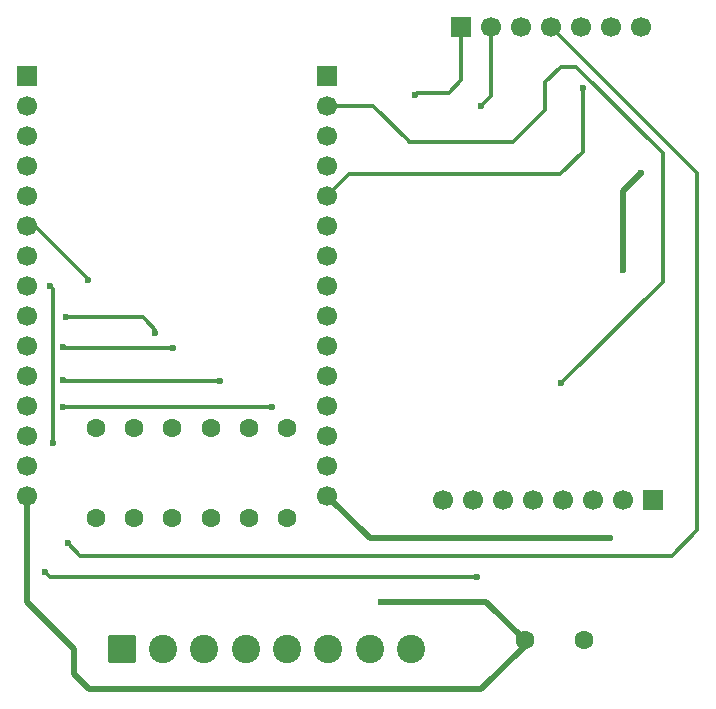
<source format=gbl>
%TF.GenerationSoftware,KiCad,Pcbnew,9.0.5*%
%TF.CreationDate,2025-12-28T15:34:22+02:00*%
%TF.ProjectId,base-schematic-02,62617365-2d73-4636-9865-6d617469632d,rev?*%
%TF.SameCoordinates,Original*%
%TF.FileFunction,Copper,L2,Bot*%
%TF.FilePolarity,Positive*%
%FSLAX46Y46*%
G04 Gerber Fmt 4.6, Leading zero omitted, Abs format (unit mm)*
G04 Created by KiCad (PCBNEW 9.0.5) date 2025-12-28 15:34:22*
%MOMM*%
%LPD*%
G01*
G04 APERTURE LIST*
G04 Aperture macros list*
%AMRoundRect*
0 Rectangle with rounded corners*
0 $1 Rounding radius*
0 $2 $3 $4 $5 $6 $7 $8 $9 X,Y pos of 4 corners*
0 Add a 4 corners polygon primitive as box body*
4,1,4,$2,$3,$4,$5,$6,$7,$8,$9,$2,$3,0*
0 Add four circle primitives for the rounded corners*
1,1,$1+$1,$2,$3*
1,1,$1+$1,$4,$5*
1,1,$1+$1,$6,$7*
1,1,$1+$1,$8,$9*
0 Add four rect primitives between the rounded corners*
20,1,$1+$1,$2,$3,$4,$5,0*
20,1,$1+$1,$4,$5,$6,$7,0*
20,1,$1+$1,$6,$7,$8,$9,0*
20,1,$1+$1,$8,$9,$2,$3,0*%
G04 Aperture macros list end*
%TA.AperFunction,ComponentPad*%
%ADD10R,1.700000X1.700000*%
%TD*%
%TA.AperFunction,ComponentPad*%
%ADD11C,1.700000*%
%TD*%
%TA.AperFunction,ComponentPad*%
%ADD12C,1.600000*%
%TD*%
%TA.AperFunction,ComponentPad*%
%ADD13RoundRect,0.250001X-0.949999X-0.949999X0.949999X-0.949999X0.949999X0.949999X-0.949999X0.949999X0*%
%TD*%
%TA.AperFunction,ComponentPad*%
%ADD14C,2.400000*%
%TD*%
%TA.AperFunction,ViaPad*%
%ADD15C,0.600000*%
%TD*%
%TA.AperFunction,Conductor*%
%ADD16C,0.300000*%
%TD*%
%TA.AperFunction,Conductor*%
%ADD17C,0.500000*%
%TD*%
G04 APERTURE END LIST*
D10*
%TO.P,J2,1,Pin_1*%
%TO.N,D23*%
X79400000Y-59460000D03*
D11*
%TO.P,J2,2,Pin_2*%
%TO.N,D22*%
X79400000Y-62000000D03*
%TO.P,J2,3,Pin_3*%
%TO.N,unconnected-(J2-Pin_3-Pad3)*%
X79400000Y-64540000D03*
%TO.P,J2,4,Pin_4*%
%TO.N,unconnected-(J2-Pin_4-Pad4)*%
X79400000Y-67080000D03*
%TO.P,J2,5,Pin_5*%
%TO.N,D21*%
X79400000Y-69620000D03*
%TO.P,J2,6,Pin_6*%
%TO.N,D19*%
X79400000Y-72160000D03*
%TO.P,J2,7,Pin_7*%
%TO.N,D18*%
X79400000Y-74700000D03*
%TO.P,J2,8,Pin_8*%
%TO.N,unconnected-(J2-Pin_8-Pad8)*%
X79400000Y-77240000D03*
%TO.P,J2,9,Pin_9*%
%TO.N,unconnected-(J2-Pin_9-Pad9)*%
X79400000Y-79780000D03*
%TO.P,J2,10,Pin_10*%
%TO.N,unconnected-(J2-Pin_10-Pad10)*%
X79400000Y-82320000D03*
%TO.P,J2,11,Pin_11*%
%TO.N,unconnected-(J2-Pin_11-Pad11)*%
X79400000Y-84860000D03*
%TO.P,J2,12,Pin_12*%
%TO.N,unconnected-(J2-Pin_12-Pad12)*%
X79400000Y-87400000D03*
%TO.P,J2,13,Pin_13*%
%TO.N,unconnected-(J2-Pin_13-Pad13)*%
X79400000Y-89940000D03*
%TO.P,J2,14,Pin_14*%
%TO.N,GND*%
X79400000Y-92480000D03*
%TO.P,J2,15,Pin_15*%
%TO.N,3V3*%
X79400000Y-95020000D03*
%TD*%
D10*
%TO.P,J1,1,Pin_1*%
%TO.N,unconnected-(J1-Pin_1-Pad1)*%
X54000000Y-59460000D03*
D11*
%TO.P,J1,2,Pin_2*%
%TO.N,unconnected-(J1-Pin_2-Pad2)*%
X54000000Y-62000000D03*
%TO.P,J1,3,Pin_3*%
%TO.N,unconnected-(J1-Pin_3-Pad3)*%
X54000000Y-64540000D03*
%TO.P,J1,4,Pin_4*%
%TO.N,unconnected-(J1-Pin_4-Pad4)*%
X54000000Y-67080000D03*
%TO.P,J1,5,Pin_5*%
%TO.N,unconnected-(J1-Pin_5-Pad5)*%
X54000000Y-69620000D03*
%TO.P,J1,6,Pin_6*%
%TO.N,D32*%
X54000000Y-72160000D03*
%TO.P,J1,7,Pin_7*%
%TO.N,D33*%
X54000000Y-74700000D03*
%TO.P,J1,8,Pin_8*%
%TO.N,D25*%
X54000000Y-77240000D03*
%TO.P,J1,9,Pin_9*%
%TO.N,D26*%
X54000000Y-79780000D03*
%TO.P,J1,10,Pin_10*%
%TO.N,D27*%
X54000000Y-82320000D03*
%TO.P,J1,11,Pin_11*%
%TO.N,D14*%
X54000000Y-84860000D03*
%TO.P,J1,12,Pin_12*%
%TO.N,D12*%
X54000000Y-87400000D03*
%TO.P,J1,13,Pin_13*%
%TO.N,D13*%
X54000000Y-89940000D03*
%TO.P,J1,14,Pin_14*%
%TO.N,unconnected-(J1-Pin_14-Pad14)*%
X54000000Y-92480000D03*
%TO.P,J1,15,Pin_15*%
%TO.N,VIN*%
X54000000Y-95020000D03*
%TD*%
D12*
%TO.P,R2,1*%
%TO.N,D33*%
X63053000Y-89255000D03*
%TO.P,R2,2*%
%TO.N,Net-(J4-Pin_2)*%
X63053000Y-96875000D03*
%TD*%
%TO.P,R1,1*%
%TO.N,D32*%
X59810000Y-89255000D03*
%TO.P,R1,2*%
%TO.N,Net-(J4-Pin_1)*%
X59810000Y-96875000D03*
%TD*%
D10*
%TO.P,J3-DAC1,1,Pin_1*%
%TO.N,D19*%
X90750000Y-55325000D03*
D11*
%TO.P,J3-DAC1,2,Pin_2*%
%TO.N,D18*%
X93290000Y-55325000D03*
%TO.P,J3-DAC1,3,Pin_3*%
%TO.N,D23*%
X95830000Y-55325000D03*
%TO.P,J3-DAC1,4,Pin_4*%
%TO.N,D25*%
X98370000Y-55325000D03*
%TO.P,J3-DAC1,5,Pin_5*%
%TO.N,D21*%
X100910000Y-55325000D03*
%TO.P,J3-DAC1,6,Pin_6*%
%TO.N,GND*%
X103450000Y-55325000D03*
%TO.P,J3-DAC1,7,Pin_7*%
%TO.N,3V3*%
X105990000Y-55325000D03*
%TD*%
D12*
%TO.P,R4,1*%
%TO.N,D27*%
X69539000Y-89255000D03*
%TO.P,R4,2*%
%TO.N,Net-(J4-Pin_4)*%
X69539000Y-96875000D03*
%TD*%
%TO.P,C2,1*%
%TO.N,VIN*%
X96160000Y-107270000D03*
%TO.P,C2,2*%
%TO.N,GND*%
X101160000Y-107270000D03*
%TD*%
%TO.P,R6,1*%
%TO.N,D12*%
X76025000Y-89255000D03*
%TO.P,R6,2*%
%TO.N,Net-(J4-Pin_6)*%
X76025000Y-96875000D03*
%TD*%
%TO.P,R5,1*%
%TO.N,D14*%
X72782000Y-89255000D03*
%TO.P,R5,2*%
%TO.N,Net-(J4-Pin_5)*%
X72782000Y-96875000D03*
%TD*%
%TO.P,R3,1*%
%TO.N,D26*%
X66296000Y-89255000D03*
%TO.P,R3,2*%
%TO.N,Net-(J4-Pin_3)*%
X66296000Y-96875000D03*
%TD*%
D13*
%TO.P,J4,1,Pin_1*%
%TO.N,Net-(J4-Pin_1)*%
X62000000Y-108000000D03*
D14*
%TO.P,J4,2,Pin_2*%
%TO.N,Net-(J4-Pin_2)*%
X65500000Y-108000000D03*
%TO.P,J4,3,Pin_3*%
%TO.N,Net-(J4-Pin_3)*%
X69000000Y-108000000D03*
%TO.P,J4,4,Pin_4*%
%TO.N,Net-(J4-Pin_4)*%
X72500000Y-108000000D03*
%TO.P,J4,5,Pin_5*%
%TO.N,Net-(J4-Pin_5)*%
X76000000Y-108000000D03*
%TO.P,J4,6,Pin_6*%
%TO.N,Net-(J4-Pin_6)*%
X79500000Y-108000000D03*
%TO.P,J4,7,Pin_7*%
%TO.N,VIN*%
X83000000Y-108000000D03*
%TO.P,J4,8,Pin_8*%
%TO.N,GND*%
X86500000Y-108000000D03*
%TD*%
D10*
%TO.P,J4-IMU1,1,Pin_1*%
%TO.N,GND*%
X107009138Y-95394959D03*
D11*
%TO.P,J4-IMU1,2,Pin_2*%
%TO.N,3V3*%
X104469138Y-95394959D03*
%TO.P,J4-IMU1,3,Pin_3*%
%TO.N,unconnected-(J4-IMU1-Pin_3-Pad3)*%
X101929138Y-95394959D03*
%TO.P,J4-IMU1,4,Pin_4*%
%TO.N,unconnected-(J4-IMU1-Pin_4-Pad4)*%
X99389138Y-95394959D03*
%TO.P,J4-IMU1,5,Pin_5*%
%TO.N,unconnected-(J4-IMU1-Pin_5-Pad5)*%
X96849138Y-95394959D03*
%TO.P,J4-IMU1,6,Pin_6*%
%TO.N,unconnected-(J4-IMU1-Pin_6-Pad6)*%
X94309138Y-95394959D03*
%TO.P,J4-IMU1,7,Pin_7*%
%TO.N,D13*%
X91769138Y-95394959D03*
%TO.P,J4-IMU1,8,Pin_8*%
%TO.N,D22*%
X89229138Y-95394959D03*
%TD*%
D15*
%TO.N,D32*%
X59120000Y-76730000D03*
%TO.N,D26*%
X57330000Y-79910000D03*
X64860000Y-81220000D03*
%TO.N,D27*%
X57070000Y-82420000D03*
X66380000Y-82490000D03*
%TO.N,D14*%
X57020000Y-85250000D03*
X70290000Y-85290000D03*
%TO.N,D12*%
X57020000Y-87470000D03*
X74710000Y-87520000D03*
%TO.N,D25*%
X55950000Y-77225000D03*
X56225000Y-90550000D03*
X57450000Y-99050000D03*
%TO.N,D13*%
X92101041Y-101898959D03*
X55500000Y-101500000D03*
%TO.N,VIN*%
X84000000Y-104000000D03*
%TO.N,D21*%
X101025000Y-60450000D03*
%TO.N,D22*%
X99175000Y-85500000D03*
%TO.N,3V3*%
X105990000Y-67685000D03*
X103375000Y-98625000D03*
X104469138Y-75894138D03*
%TO.N,D18*%
X92425000Y-62050000D03*
%TO.N,D19*%
X86825000Y-61075000D03*
%TD*%
D16*
%TO.N,D32*%
X59120000Y-76650000D02*
X54630000Y-72160000D01*
X59120000Y-76730000D02*
X59120000Y-76650000D01*
X54630000Y-72160000D02*
X54000000Y-72160000D01*
%TO.N,D26*%
X63810000Y-79910000D02*
X57330000Y-79910000D01*
X64070000Y-80170000D02*
X63810000Y-79910000D01*
X64860000Y-81220000D02*
X64860000Y-80960000D01*
X64860000Y-80960000D02*
X64070000Y-80170000D01*
%TO.N,D27*%
X57140000Y-82490000D02*
X57070000Y-82420000D01*
X66380000Y-82490000D02*
X57140000Y-82490000D01*
%TO.N,D14*%
X57060000Y-85290000D02*
X57020000Y-85250000D01*
X70290000Y-85290000D02*
X57060000Y-85290000D01*
%TO.N,D12*%
X57070000Y-87520000D02*
X57020000Y-87470000D01*
X74710000Y-87520000D02*
X57070000Y-87520000D01*
%TO.N,D25*%
X57450000Y-99050000D02*
X58500000Y-100100000D01*
X58500000Y-100100000D02*
X108575000Y-100100000D01*
X98600322Y-55555322D02*
X98370000Y-55555322D01*
X56225000Y-90550000D02*
X56225000Y-77500000D01*
X110750000Y-67705000D02*
X98600322Y-55555322D01*
X110750000Y-97925000D02*
X110750000Y-67705000D01*
X56225000Y-77500000D02*
X55950000Y-77225000D01*
X108575000Y-100100000D02*
X110750000Y-97925000D01*
%TO.N,D13*%
X55898959Y-101898959D02*
X92101041Y-101898959D01*
X55500000Y-101500000D02*
X55898959Y-101898959D01*
D17*
%TO.N,VIN*%
X58000000Y-110130000D02*
X59260000Y-111390000D01*
X54000000Y-100000000D02*
X54000000Y-104000000D01*
X92470000Y-111390000D02*
X96160000Y-107700000D01*
X96160000Y-107700000D02*
X96160000Y-107270000D01*
X92890000Y-104000000D02*
X84000000Y-104000000D01*
X59260000Y-111390000D02*
X92470000Y-111390000D01*
X96160000Y-107270000D02*
X92890000Y-104000000D01*
X54000000Y-104000000D02*
X58000000Y-108000000D01*
X54000000Y-100000000D02*
X54000000Y-95020000D01*
X58000000Y-108000000D02*
X58000000Y-110130000D01*
D16*
%TO.N,D21*%
X101025000Y-60450000D02*
X101025000Y-65900000D01*
X81220000Y-67800000D02*
X79781630Y-69238370D01*
X99125000Y-67800000D02*
X81220000Y-67800000D01*
X79781630Y-69238370D02*
X79781630Y-69620000D01*
X101025000Y-65900000D02*
X99125000Y-67800000D01*
%TO.N,D22*%
X86300000Y-65000000D02*
X83300000Y-62000000D01*
X97875000Y-59975000D02*
X97875000Y-62325000D01*
X86300000Y-65050000D02*
X86300000Y-65000000D01*
X100450000Y-58675000D02*
X99175000Y-58675000D01*
X107800000Y-76875000D02*
X107800000Y-66025000D01*
X97875000Y-62325000D02*
X95150000Y-65050000D01*
X107800000Y-66025000D02*
X100450000Y-58675000D01*
X95150000Y-65050000D02*
X86300000Y-65050000D01*
X99175000Y-58675000D02*
X97875000Y-59975000D01*
X83300000Y-62000000D02*
X79400000Y-62000000D01*
X99175000Y-85500000D02*
X107800000Y-76875000D01*
D17*
%TO.N,3V3*%
X104450000Y-69225000D02*
X105925000Y-67750000D01*
X83005000Y-98625000D02*
X79400000Y-95020000D01*
X104450000Y-75875000D02*
X104450000Y-69225000D01*
X103375000Y-98625000D02*
X83005000Y-98625000D01*
D16*
%TO.N,D18*%
X92425000Y-62050000D02*
X93275000Y-61200000D01*
X93275000Y-55555322D02*
X93290000Y-55555322D01*
X93275000Y-61200000D02*
X93275000Y-55555322D01*
%TO.N,D19*%
X90750000Y-59850000D02*
X90750000Y-55325000D01*
X87000000Y-60900000D02*
X89700000Y-60900000D01*
X89700000Y-60900000D02*
X90750000Y-59850000D01*
X86825000Y-61075000D02*
X87000000Y-60900000D01*
%TO.N,D12*%
X75975000Y-88921387D02*
X76025000Y-88921387D01*
%TD*%
M02*

</source>
